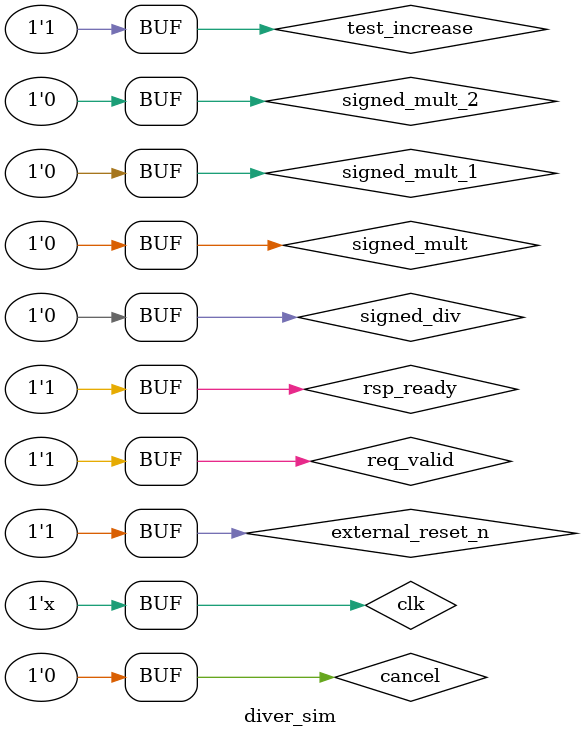
<source format=v>
`timescale 1ns / 1ps


module diver_sim(

    );
    localparam DATA_WIDTH = 32;
        
    reg clk;
    reg  external_reset_n;
    wire rst_n;
    reg cancel;
    reg req_valid;
    wire req_ready;
    wire rsp_valid;
    wire req_mult_ready;
    wire rsp_mult_valid;
    reg rsp_ready;
    reg test_increase;
    reg signed_div;
    reg signed_mult_1;
    reg signed_mult_2;
    //end
    reg [DATA_WIDTH - 1:0]num1;
    //sor
    reg [DATA_WIDTH - 1:0]num2;
    
    wire signed_mult;
    wire signed_div;
    wire [DATA_WIDTH - 1:0]signed_div_res;
    wire [DATA_WIDTH - 1:0]unsigned_div_res;
    wire [DATA_WIDTH - 1:0]signed_rem_res;
    wire [DATA_WIDTH - 1:0]unsigned_rem_res;
    
    wire [DATA_WIDTH - 1:0]signed_mult_resh;
    wire [DATA_WIDTH - 1:0]unsigned_mult_resh;
    wire [DATA_WIDTH - 1:0]signed_mult_resl;
    wire [DATA_WIDTH - 1:0]unsigned_mult_resl;
    
    reg [2*DATA_WIDTH - 1:0]signed_mult_res_right;
    reg [2*DATA_WIDTH:0]both_mult_res_right;
    reg [2*DATA_WIDTH - 1:0]unsigned_mult_res_right;
    wire [2*DATA_WIDTH - 1:0]both_mult_res = {signed_mult_resh,signed_mult_resl};
    wire [2*DATA_WIDTH - 1:0]signed_mult_res = {signed_mult_resh,signed_mult_resl};
    wire [2*DATA_WIDTH - 1:0]unsigned_mult_res = {unsigned_mult_resh,unsigned_mult_resl};
    assign signed_mult = signed_mult_1 | signed_mult_2;
//    reg [DATA_WIDTH - 1:0]signed_div_res_right;
//    reg [DATA_WIDTH - 1:0]signed_div_rem_right;
  
    
    always #5 clk = ~clk;
    initial begin
        clk = 0;
        external_reset_n = 0 ;
        req_valid = 1;
        rsp_ready = 1;
        cancel = 0;
        signed_div = 0;
        signed_mult_1 = 0;
        signed_mult_2 = 0;
        test_increase = 1;
        #66
        external_reset_n = 1 ;
        
        #1000
        test_increase = 0;
        #1000
        test_increase = 1;
        
    end
    
    
    always@(posedge clk)begin
        if(!rst_n)begin
            signed_mult_res_right <= 'd0;
            both_mult_res_right <= 'd0;
            unsigned_mult_res_right <= 'd0;
        end
        else if(req_valid && req_mult_ready)begin
            both_mult_res_right <= $signed(num1) * $signed({1'b0,num2});
            signed_mult_res_right <= $signed(num1) * $signed(num2);
            unsigned_mult_res_right <= num1 * num2;
        end
    end
    
    wire signed_mult_right = (signed_mult_res_right == signed_mult_res)?rsp_mult_valid && rsp_ready:'d0;
    wire unsigned_mult_right = (unsigned_mult_res_right == unsigned_mult_res)?rsp_mult_valid && rsp_ready:'d0;
    wire both_mult_right = (both_mult_res_right[2*DATA_WIDTH - 1:0] == both_mult_res)?rsp_mult_valid && rsp_ready:'d0;
 
    always@(posedge clk)begin
        if(!rst_n)begin
            num1 <= 32'h80000000;
            num2 <= 32'h80000000;
//            num2 <=  32'h00000000;
//            num1 <= 32'haaaaaaab;
//            num2 <=  32'h0002fe7d;
        end 
        else if(req_valid && req_mult_ready && test_increase)begin
           num1 <=  num1 + 32'h01000000 ;
           num2 <=  num2 + 32'h01000000 ;
        end
    end
    
    sync_reset sync_reset_inst(
        .clk(clk),
        .external_reset_n(external_reset_n),
        .sys_rst_n(rst_n)
    );
    
    diver diver_inst(
        .clk(clk),
        .rst_n(rst_n),
        .cancel(cancel),
        .req_valid(req_valid),
        .req_ready(req_ready),
        .rsp_valid(rsp_valid),
        .rsp_ready(rsp_ready),
        .signed_div(signed_div),
        //end
        .num_1(num1),
        //sor
        .num_2(num2),
        .signed_div_res(signed_div_res),
        .unsigned_div_res(unsigned_div_res),
        .signed_rem_res(signed_rem_res),
        .unsigned_rem_res(unsigned_rem_res)
    );
        
        
//    multer multer_inst(
//        .clk(clk),
//        .rst_n(rst_n),
//        .cancel(cancel),
//        .req_valid(req_valid),
//        .req_ready(req_mult_ready),
//        .rsp_valid(rsp_mult_valid),
//        .rsp_ready(rsp_ready),
//        .signed_mult(signed_mult),
//        //end
//        .num_1(num1),
//        //sor
//        .num_2(num2),
//        .signed_mult_resh(signed_mult_resh),
//        .unsigned_mult_resh(unsigned_mult_resh),
//        .signed_mult_resl(signed_mult_resl),
//        .unsigned_mult_resl(unsigned_mult_resl)
//    );
    
    
    multer_top multer_top_inst(
        .clk(clk),
        .rst_n(rst_n),
        .cancel(cancel),
        .req_valid(req_valid),
        .req_ready(req_mult_ready),
        .rsp_valid(rsp_mult_valid),
        .rsp_ready(rsp_ready),
        .signed_mult_num_1(signed_mult_1),
        .signed_mult_num_2(signed_mult_2),
        .num_1(num1),
        .num_2(num2),
        .signed_mult_resh_d(signed_mult_resh),
        .unsigned_mult_resh_d(unsigned_mult_resh),
        .signed_mult_resl_d(signed_mult_resl),
        .unsigned_mult_resl_d(unsigned_mult_resl)
    );
    
endmodule

</source>
